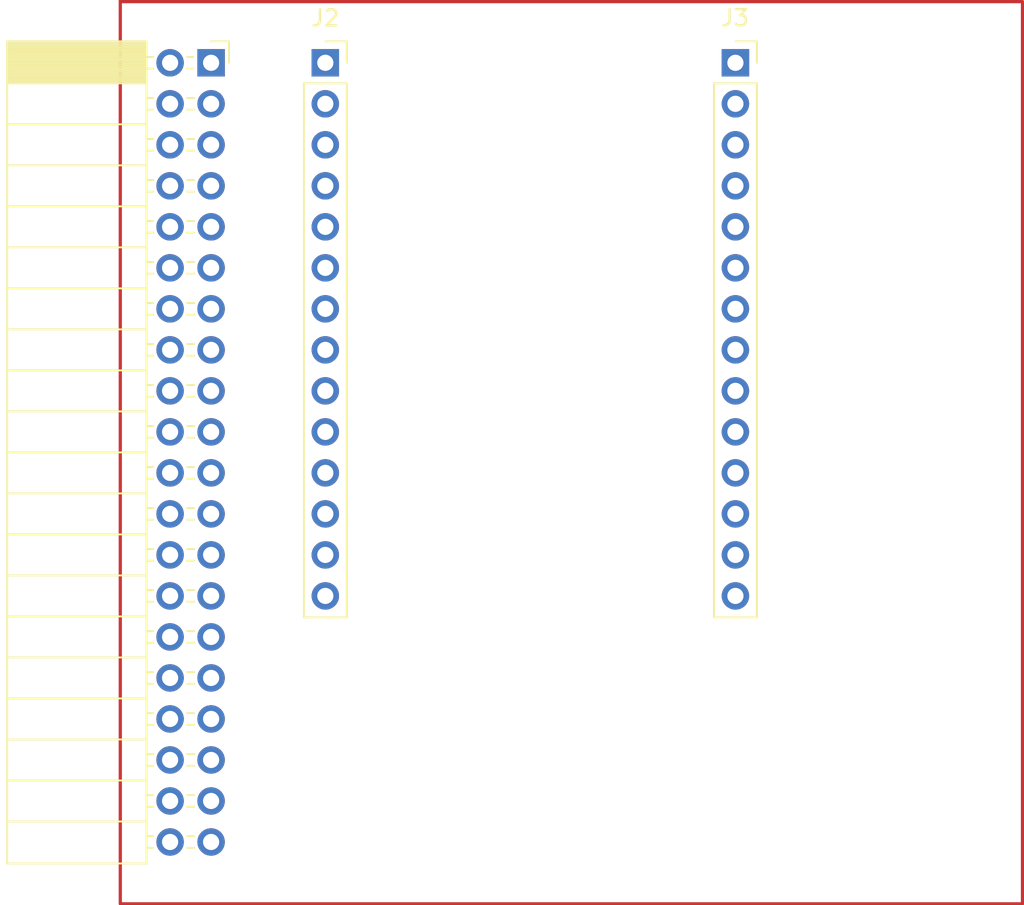
<source format=kicad_pcb>
(kicad_pcb (version 20241229) (generator "pcbnew") (generator_version "9.0")
  (layers (0 "F.Cu" signal) (2 "B.Cu" signal) (13 "F.Paste" user) (15 "B.Paste" user) (5 "F.SilkS" user "F.Silkscreen") (7 "B.SilkS" user "B.Silkscreen") (1 "F.Mask" user) (3 "B.Mask" user) (25 "Edge.Cuts" user))
  (net 0 "")
  (net 1 "GPIO_7")
  (net 2 "GPIO_2")
  (net 3 "GPIO_4")
  (net 4 "GPIO_5")
  (net 5 "GPIO_6")
  (net 6 "GPIO_1")
  (net 7 "GPIO_3")
  (net 8 "GPIO_0")
  (net 9 "5V")
  (net 10 "GPIO_8")
  (net 11 "GPIO_9")
  (net 12 "GND")
  (net 13 "GPIO_15")
  (net 14 "GPIO_32")
  (net 15 "GPIO_18")
  (net 16 "GPIO_20")
  (net 17 "GPIO_33")
  (net 18 "GPIO_35")
  (net 19 "GPIO_29")
  (net 20 "GPIO_16")
  (net 21 "3.3V")
  (net 22 "GPIO_10")
  (net 23 "GPIO_34")
  (net 24 "GPIO_19")
  (net 25 "GPIO_17")
  (net 26 "GPIO_25")
  (net 27 "GPIO_11")
  (net 28 "GPIO_27")
  (net 29 "GPIO_21")
  (net 30 "GPIO_24")
  (net 31 "GPIO_30")
  (net 32 "GPIO_22")
  (net 33 "GPIO_31")
  (net 34 "GPIO_12")
  (net 35 "GPIO_23")
  (net 36 "GPIO_13")
  (net 37 "GPIO_26")
  (net 38 "GPIO_14")
  (net 39 "GPIO_28")
  (net 40 "D6")
  (net 41 "D1")
  (net 42 "D5")
  (net 43 "D2")
  (net 44 "D7")
  (net 45 "D8")
  (net 46 "DVDD")
  (net 47 "D4")
  (net 48 "D3")
  (net 49 "CLOCK")
  (net 50 "SELECT")
  (net 51 "D0")
  (net 52 "DVSS")
  (net 53 "D9")
  (net 54 "INA-I")
  (net 55 "SLEEP")
  (net 56 "REFB-Q")
  (net 57 "INA-Q")
  (net 58 "REFT-I")
  (net 59 "INB-I")
  (net 60 "VREF")
  (net 61 "AVDD")
  (net 62 "REFB-I")
  (net 63 "REFT-Q")
  (net 64 "AVSS")
  (net 65 "CHIP-SELECT")
  (net 66 "REFSENSE")
  (net 67 "INB-Q")
  (footprint "Connector_PinSocket_2.54mm:PinSocket_1x14_P2.54mm_Vertical" (layer "F.Cu") (at 81.28 39.35)
    (property "Reference" "J2" (at 0 -2.77 0) (layer "F.SilkS"))
    (property "Value" "Conn_01x14" (hide yes))
    (fp_line (start -1.33 1.27) (end -1.33 34.35) (stroke (width 0.12)) (layer "F.SilkS"))
    (fp_line (start -1.33 1.27) (end 1.33 1.27) (stroke (width 0.12)) (layer "F.SilkS"))
    (fp_line (start -1.33 34.35) (end 1.33 34.35) (stroke (width 0.12)) (layer "F.SilkS"))
    (fp_line (start 0 -1.33) (end 1.33 -1.33) (stroke (width 0.12)) (layer "F.SilkS"))
    (fp_line (start 1.33 -1.33) (end 1.33 0) (stroke (width 0.12)) (layer "F.SilkS"))
    (fp_line (start 1.33 1.27) (end 1.33 34.35) (stroke (width 0.12)) (layer "F.SilkS"))
    (pad "1" thru_hole rect (at 0 0) (size 1.7 1.7) (drill 1) (layers "*.Cu" "*.Mask") (net 52 "DVSS"))
    (pad "2" thru_hole circle (at 0 2.54) (size 1.7 1.7) (drill 1) (layers "*.Cu" "*.Mask") (net 46 "DVDD"))
    (pad "3" thru_hole circle (at 0 5.08) (size 1.7 1.7) (drill 1) (layers "*.Cu" "*.Mask") (net 51 "D0"))
    (pad "4" thru_hole circle (at 0 7.62) (size 1.7 1.7) (drill 1) (layers "*.Cu" "*.Mask") (net 41 "D1"))
    (pad "5" thru_hole circle (at 0 10.16) (size 1.7 1.7) (drill 1) (layers "*.Cu" "*.Mask") (net 43 "D2"))
    (pad "6" thru_hole circle (at 0 12.7) (size 1.7 1.7) (drill 1) (layers "*.Cu" "*.Mask") (net 48 "D3"))
    (pad "7" thru_hole circle (at 0 15.24) (size 1.7 1.7) (drill 1) (layers "*.Cu" "*.Mask") (net 47 "D4"))
    (pad "8" thru_hole circle (at 0 17.78) (size 1.7 1.7) (drill 1) (layers "*.Cu" "*.Mask") (net 42 "D5"))
    (pad "9" thru_hole circle (at 0 20.32) (size 1.7 1.7) (drill 1) (layers "*.Cu" "*.Mask") (net 40 "D6"))
    (pad "10" thru_hole circle (at 0 22.86) (size 1.7 1.7) (drill 1) (layers "*.Cu" "*.Mask") (net 44 "D7"))
    (pad "11" thru_hole circle (at 0 25.4) (size 1.7 1.7) (drill 1) (layers "*.Cu" "*.Mask") (net 45 "D8"))
    (pad "12" thru_hole circle (at 0 27.94) (size 1.7 1.7) (drill 1) (layers "*.Cu" "*.Mask") (net 53 "D9"))
    (pad "13" thru_hole circle (at 0 30.48) (size 1.7 1.7) (drill 1) (layers "*.Cu" "*.Mask") (net 50 "SELECT"))
    (pad "14" thru_hole circle (at 0 33.02) (size 1.7 1.7) (drill 1) (layers "*.Cu" "*.Mask") (net 49 "CLOCK"))
  )
  (footprint "Connector_PinSocket_2.54mm:PinSocket_1x14_P2.54mm_Vertical" (layer "F.Cu") (at 106.68 39.35)
    (property "Reference" "J3" (at -0.025 -2.78 0) (layer "F.SilkS"))
    (property "Value" "Conn_01x14" (hide yes))
    (fp_line (start -1.33 1.27) (end -1.33 34.35) (stroke (width 0.12)) (layer "F.SilkS"))
    (fp_line (start -1.33 1.27) (end 1.33 1.27) (stroke (width 0.12)) (layer "F.SilkS"))
    (fp_line (start -1.33 34.35) (end 1.33 34.35) (stroke (width 0.12)) (layer "F.SilkS"))
    (fp_line (start 0 -1.33) (end 1.33 -1.33) (stroke (width 0.12)) (layer "F.SilkS"))
    (fp_line (start 1.33 -1.33) (end 1.33 0) (stroke (width 0.12)) (layer "F.SilkS"))
    (fp_line (start 1.33 1.27) (end 1.33 34.35) (stroke (width 0.12)) (layer "F.SilkS"))
    (pad "1" thru_hole rect (at 0 0) (size 1.7 1.7) (drill 1) (layers "*.Cu" "*.Mask") (net 65 "CHIP-SELECT"))
    (pad "2" thru_hole circle (at 0 2.54) (size 1.7 1.7) (drill 1) (layers "*.Cu" "*.Mask") (net 57 "INA-Q"))
    (pad "3" thru_hole circle (at 0 5.08) (size 1.7 1.7) (drill 1) (layers "*.Cu" "*.Mask") (net 67 "INB-Q"))
    (pad "4" thru_hole circle (at 0 7.62) (size 1.7 1.7) (drill 1) (layers "*.Cu" "*.Mask") (net 63 "REFT-Q"))
    (pad "5" thru_hole circle (at 0 10.16) (size 1.7 1.7) (drill 1) (layers "*.Cu" "*.Mask") (net 56 "REFB-Q"))
    (pad "6" thru_hole circle (at 0 12.7) (size 1.7 1.7) (drill 1) (layers "*.Cu" "*.Mask") (net 61 "AVDD"))
    (pad "7" thru_hole circle (at 0 15.24) (size 1.7 1.7) (drill 1) (layers "*.Cu" "*.Mask") (net 60 "VREF"))
    (pad "8" thru_hole circle (at 0 17.78) (size 1.7 1.7) (drill 1) (layers "*.Cu" "*.Mask") (net 66 "REFSENSE"))
    (pad "9" thru_hole circle (at 0 20.32) (size 1.7 1.7) (drill 1) (layers "*.Cu" "*.Mask") (net 64 "AVSS"))
    (pad "10" thru_hole circle (at 0 22.86) (size 1.7 1.7) (drill 1) (layers "*.Cu" "*.Mask") (net 62 "REFB-I"))
    (pad "11" thru_hole circle (at 0 25.4) (size 1.7 1.7) (drill 1) (layers "*.Cu" "*.Mask") (net 58 "REFT-I"))
    (pad "12" thru_hole circle (at 0 27.94) (size 1.7 1.7) (drill 1) (layers "*.Cu" "*.Mask") (net 59 "INB-I"))
    (pad "13" thru_hole circle (at 0 30.48) (size 1.7 1.7) (drill 1) (layers "*.Cu" "*.Mask") (net 54 "INA-I"))
    (pad "14" thru_hole circle (at 0 33.02) (size 1.7 1.7) (drill 1) (layers "*.Cu" "*.Mask") (net 55 "SLEEP"))
  )
  (footprint "Connector_PinSocket_2.54mm:PinSocket_2x20_P2.54mm_Horizontal" (layer "F.Cu") (at 74.205 39.35)
    (property "Reference" "J1" (hide yes))
    (property "Value" "Conn_02x20_Odd_Even" (hide yes))
    (fp_line (start -12.63 -1.33) (end -12.63 49.59) (stroke (width 0.12)) (layer "F.SilkS"))
    (fp_line (start -12.63 -1.33) (end -4 -1.33) (stroke (width 0.12)) (layer "F.SilkS"))
    (fp_line (start -12.63 -1.21) (end -4 -1.21) (stroke (width 0.12)) (layer "F.SilkS"))
    (fp_line (start -12.63 -1.091905) (end -4 -1.091905) (stroke (width 0.12)) (layer "F.SilkS"))
    (fp_line (start -12.63 -0.97381) (end -4 -0.97381) (stroke (width 0.12)) (layer "F.SilkS"))
    (fp_line (start -12.63 -0.855715) (end -4 -0.855715) (stroke (width 0.12)) (layer "F.SilkS"))
    (fp_line (start -12.63 -0.73762) (end -4 -0.73762) (stroke (width 0.12)) (layer "F.SilkS"))
    (fp_line (start -12.63 -0.619525) (end -4 -0.619525) (stroke (width 0.12)) (layer "F.SilkS"))
    (fp_line (start -12.63 -0.50143) (end -4 -0.50143) (stroke (width 0.12)) (layer "F.SilkS"))
    (fp_line (start -12.63 -0.383335) (end -4 -0.383335) (stroke (width 0.12)) (layer "F.SilkS"))
    (fp_line (start -12.63 -0.26524) (end -4 -0.26524) (stroke (width 0.12)) (layer "F.SilkS"))
    (fp_line (start -12.63 -0.147145) (end -4 -0.147145) (stroke (width 0.12)) (layer "F.SilkS"))
    (fp_line (start -12.63 -0.02905) (end -4 -0.02905) (stroke (width 0.12)) (layer "F.SilkS"))
    (fp_line (start -12.63 0.089045) (end -4 0.089045) (stroke (width 0.12)) (layer "F.SilkS"))
    (fp_line (start -12.63 0.20714) (end -4 0.20714) (stroke (width 0.12)) (layer "F.SilkS"))
    (fp_line (start -12.63 0.325235) (end -4 0.325235) (stroke (width 0.12)) (layer "F.SilkS"))
    (fp_line (start -12.63 0.44333) (end -4 0.44333) (stroke (width 0.12)) (layer "F.SilkS"))
    (fp_line (start -12.63 0.561425) (end -4 0.561425) (stroke (width 0.12)) (layer "F.SilkS"))
    (fp_line (start -12.63 0.67952) (end -4 0.67952) (stroke (width 0.12)) (layer "F.SilkS"))
    (fp_line (start -12.63 0.797615) (end -4 0.797615) (stroke (width 0.12)) (layer "F.SilkS"))
    (fp_line (start -12.63 0.91571) (end -4 0.91571) (stroke (width 0.12)) (layer "F.SilkS"))
    (fp_line (start -12.63 1.033805) (end -4 1.033805) (stroke (width 0.12)) (layer "F.SilkS"))
    (fp_line (start -12.63 1.1519) (end -4 1.1519) (stroke (width 0.12)) (layer "F.SilkS"))
    (fp_line (start -12.63 1.27) (end -4 1.27) (stroke (width 0.12)) (layer "F.SilkS"))
    (fp_line (start -12.63 3.81) (end -4 3.81) (stroke (width 0.12)) (layer "F.SilkS"))
    (fp_line (start -12.63 6.35) (end -4 6.35) (stroke (width 0.12)) (layer "F.SilkS"))
    (fp_line (start -12.63 8.89) (end -4 8.89) (stroke (width 0.12)) (layer "F.SilkS"))
    (fp_line (start -12.63 11.43) (end -4 11.43) (stroke (width 0.12)) (layer "F.SilkS"))
    (fp_line (start -12.63 13.97) (end -4 13.97) (stroke (width 0.12)) (layer "F.SilkS"))
    (fp_line (start -12.63 16.51) (end -4 16.51) (stroke (width 0.12)) (layer "F.SilkS"))
    (fp_line (start -12.63 19.05) (end -4 19.05) (stroke (width 0.12)) (layer "F.SilkS"))
    (fp_line (start -12.63 21.59) (end -4 21.59) (stroke (width 0.12)) (layer "F.SilkS"))
    (fp_line (start -12.63 24.13) (end -4 24.13) (stroke (width 0.12)) (layer "F.SilkS"))
    (fp_line (start -12.63 26.67) (end -4 26.67) (stroke (width 0.12)) (layer "F.SilkS"))
    (fp_line (start -12.63 29.21) (end -4 29.21) (stroke (width 0.12)) (layer "F.SilkS"))
    (fp_line (start -12.63 31.75) (end -4 31.75) (stroke (width 0.12)) (layer "F.SilkS"))
    (fp_line (start -12.63 34.29) (end -4 34.29) (stroke (width 0.12)) (layer "F.SilkS"))
    (fp_line (start -12.63 36.83) (end -4 36.83) (stroke (width 0.12)) (layer "F.SilkS"))
    (fp_line (start -12.63 39.37) (end -4 39.37) (stroke (width 0.12)) (layer "F.SilkS"))
    (fp_line (start -12.63 41.91) (end -4 41.91) (stroke (width 0.12)) (layer "F.SilkS"))
    (fp_line (start -12.63 44.45) (end -4 44.45) (stroke (width 0.12)) (layer "F.SilkS"))
    (fp_line (start -12.63 46.99) (end -4 46.99) (stroke (width 0.12)) (layer "F.SilkS"))
    (fp_line (start -12.63 49.59) (end -4 49.59) (stroke (width 0.12)) (layer "F.SilkS"))
    (fp_line (start -4 -1.33) (end -4 49.59) (stroke (width 0.12)) (layer "F.SilkS"))
    (fp_line (start -4 -0.36) (end -3.59 -0.36) (stroke (width 0.12)) (layer "F.SilkS"))
    (fp_line (start -4 0.36) (end -3.59 0.36) (stroke (width 0.12)) (layer "F.SilkS"))
    (fp_line (start -4 2.18) (end -3.59 2.18) (stroke (width 0.12)) (layer "F.SilkS"))
    (fp_line (start -4 2.9) (end -3.59 2.9) (stroke (width 0.12)) (layer "F.SilkS"))
    (fp_line (start -4 4.72) (end -3.59 4.72) (stroke (width 0.12)) (layer "F.SilkS"))
    (fp_line (start -4 5.44) (end -3.59 5.44) (stroke (width 0.12)) (layer "F.SilkS"))
    (fp_line (start -4 7.26) (end -3.59 7.26) (stroke (width 0.12)) (layer "F.SilkS"))
    (fp_line (start -4 7.98) (end -3.59 7.98) (stroke (width 0.12)) (layer "F.SilkS"))
    (fp_line (start -4 9.8) (end -3.59 9.8) (stroke (width 0.12)) (layer "F.SilkS"))
    (fp_line (start -4 10.52) (end -3.59 10.52) (stroke (width 0.12)) (layer "F.SilkS"))
    (fp_line (start -4 12.34) (end -3.59 12.34) (stroke (width 0.12)) (layer "F.SilkS"))
    (fp_line (start -4 13.06) (end -3.59 13.06) (stroke (width 0.12)) (layer "F.SilkS"))
    (fp_line (start -4 14.88) (end -3.59 14.88) (stroke (width 0.12)) (layer "F.SilkS"))
    (fp_line (start -4 15.6) (end -3.59 15.6) (stroke (width 0.12)) (layer "F.SilkS"))
    (fp_line (start -4 17.42) (end -3.59 17.42) (stroke (width 0.12)) (layer "F.SilkS"))
    (fp_line (start -4 18.14) (end -3.59 18.14) (stroke (width 0.12)) (layer "F.SilkS"))
    (fp_line (start -4 19.96) (end -3.59 19.96) (stroke (width 0.12)) (layer "F.SilkS"))
    (fp_line (start -4 20.68) (end -3.59 20.68) (stroke (width 0.12)) (layer "F.SilkS"))
    (fp_line (start -4 22.5) (end -3.59 22.5) (stroke (width 0.12)) (layer "F.SilkS"))
    (fp_line (start -4 23.22) (end -3.59 23.22) (stroke (width 0.12)) (layer "F.SilkS"))
    (fp_line (start -4 25.04) (end -3.59 25.04) (stroke (width 0.12)) (layer "F.SilkS"))
    (fp_line (start -4 25.76) (end -3.59 25.76) (stroke (width 0.12)) (layer "F.SilkS"))
    (fp_line (start -4 27.58) (end -3.59 27.58) (stroke (width 0.12)) (layer "F.SilkS"))
    (fp_line (start -4 28.3) (end -3.59 28.3) (stroke (width 0.12)) (layer "F.SilkS"))
    (fp_line (start -4 30.12) (end -3.59 30.12) (stroke (width 0.12)) (layer "F.SilkS"))
    (fp_line (start -4 30.84) (end -3.59 30.84) (stroke (width 0.12)) (layer "F.SilkS"))
    (fp_line (start -4 32.66) (end -3.59 32.66) (stroke (width 0.12)) (layer "F.SilkS"))
    (fp_line (start -4 33.38) (end -3.59 33.38) (stroke (width 0.12)) (layer "F.SilkS"))
    (fp_line (start -4 35.2) (end -3.59 35.2) (stroke (width 0.12)) (layer "F.SilkS"))
    (fp_line (start -4 35.92) (end -3.59 35.92) (stroke (width 0.12)) (layer "F.SilkS"))
    (fp_line (start -4 37.74) (end -3.59 37.74) (stroke (width 0.12)) (layer "F.SilkS"))
    (fp_line (start -4 38.46) (end -3.59 38.46) (stroke (width 0.12)) (layer "F.SilkS"))
    (fp_line (start -4 40.28) (end -3.59 40.28) (stroke (width 0.12)) (layer "F.SilkS"))
    (fp_line (start -4 41) (end -3.59 41) (stroke (width 0.12)) (layer "F.SilkS"))
    (fp_line (start -4 42.82) (end -3.59 42.82) (stroke (width 0.12)) (layer "F.SilkS"))
    (fp_line (start -4 43.54) (end -3.59 43.54) (stroke (width 0.12)) (layer "F.SilkS"))
    (fp_line (start -4 45.36) (end -3.59 45.36) (stroke (width 0.12)) (layer "F.SilkS"))
    (fp_line (start -4 46.08) (end -3.59 46.08) (stroke (width 0.12)) (layer "F.SilkS"))
    (fp_line (start -4 47.9) (end -3.59 47.9) (stroke (width 0.12)) (layer "F.SilkS"))
    (fp_line (start -4 48.62) (end -3.59 48.62) (stroke (width 0.12)) (layer "F.SilkS"))
    (fp_line (start -1.49 -0.36) (end -1.11 -0.36) (stroke (width 0.12)) (layer "F.SilkS"))
    (fp_line (start -1.49 0.36) (end -1.11 0.36) (stroke (width 0.12)) (layer "F.SilkS"))
    (fp_line (start -1.49 2.18) (end -1.05 2.18) (stroke (width 0.12)) (layer "F.SilkS"))
    (fp_line (start -1.49 2.9) (end -1.05 2.9) (stroke (width 0.12)) (layer "F.SilkS"))
    (fp_line (start -1.49 4.72) (end -1.05 4.72) (stroke (width 0.12)) (layer "F.SilkS"))
    (fp_line (start -1.49 5.44) (end -1.05 5.44) (stroke (width 0.12)) (layer "F.SilkS"))
    (fp_line (start -1.49 7.26) (end -1.05 7.26) (stroke (width 0.12)) (layer "F.SilkS"))
    (fp_line (start -1.49 7.98) (end -1.05 7.98) (stroke (width 0.12)) (layer "F.SilkS"))
    (fp_line (start -1.49 9.8) (end -1.05 9.8) (stroke (width 0.12)) (layer "F.SilkS"))
    (fp_line (start -1.49 10.52) (end -1.05 10.52) (stroke (width 0.12)) (layer "F.SilkS"))
    (fp_line (start -1.49 12.34) (end -1.05 12.34) (stroke (width 0.12)) (layer "F.SilkS"))
    (fp_line (start -1.49 13.06) (end -1.05 13.06) (stroke (width 0.12)) (layer "F.SilkS"))
    (fp_line (start -1.49 14.88) (end -1.05 14.88) (stroke (width 0.12)) (layer "F.SilkS"))
    (fp_line (start -1.49 15.6) (end -1.05 15.6) (stroke (width 0.12)) (layer "F.SilkS"))
    (fp_line (start -1.49 17.42) (end -1.05 17.42) (stroke (width 0.12)) (layer "F.SilkS"))
    (fp_line (start -1.49 18.14) (end -1.05 18.14) (stroke (width 0.12)) (layer "F.SilkS"))
    (fp_line (start -1.49 19.96) (end -1.05 19.96) (stroke (width 0.12)) (layer "F.SilkS"))
    (fp_line (start -1.49 20.68) (end -1.05 20.68) (stroke (width 0.12)) (layer "F.SilkS"))
    (fp_line (start -1.49 22.5) (end -1.05 22.5) (stroke (width 0.12)) (layer "F.SilkS"))
    (fp_line (start -1.49 23.22) (end -1.05 23.22) (stroke (width 0.12)) (layer "F.SilkS"))
    (fp_line (start -1.49 25.04) (end -1.05 25.04) (stroke (width 0.12)) (layer "F.SilkS"))
    (fp_line (start -1.49 25.76) (end -1.05 25.76) (stroke (width 0.12)) (layer "F.SilkS"))
    (fp_line (start -1.49 27.58) (end -1.05 27.58) (stroke (width 0.12)) (layer "F.SilkS"))
    (fp_line (start -1.49 28.3) (end -1.05 28.3) (stroke (width 0.12)) (layer "F.SilkS"))
    (fp_line (start -1.49 30.12) (end -1.05 30.12) (stroke (width 0.12)) (layer "F.SilkS"))
    (fp_line (start -1.49 30.84) (end -1.05 30.84) (stroke (width 0.12)) (layer "F.SilkS"))
    (fp_line (start -1.49 32.66) (end -1.05 32.66) (stroke (width 0.12)) (layer "F.SilkS"))
    (fp_line (start -1.49 33.38) (end -1.05 33.38) (stroke (width 0.12)) (layer "F.SilkS"))
    (fp_line (start -1.49 35.2) (end -1.05 35.2) (stroke (width 0.12)) (layer "F.SilkS"))
    (fp_line (start -1.49 35.92) (end -1.05 35.92) (stroke (width 0.12)) (layer "F.SilkS"))
    (fp_line (start -1.49 37.74) (end -1.05 37.74) (stroke (width 0.12)) (layer "F.SilkS"))
    (fp_line (start -1.49 38.46) (end -1.05 38.46) (stroke (width 0.12)) (layer "F.SilkS"))
    (fp_line (start -1.49 40.28) (end -1.05 40.28) (stroke (width 0.12)) (layer "F.SilkS"))
    (fp_line (start -1.49 41) (end -1.05 41) (stroke (width 0.12)) (layer "F.SilkS"))
    (fp_line (start -1.49 42.82) (end -1.05 42.82) (stroke (width 0.12)) (layer "F.SilkS"))
    (fp_line (start -1.49 43.54) (end -1.05 43.54) (stroke (width 0.12)) (layer "F.SilkS"))
    (fp_line (start -1.49 45.36) (end -1.05 45.36) (stroke (width 0.12)) (layer "F.SilkS"))
    (fp_line (start -1.49 46.08) (end -1.05 46.08) (stroke (width 0.12)) (layer "F.SilkS"))
    (fp_line (start -1.49 47.9) (end -1.05 47.9) (stroke (width 0.12)) (layer "F.SilkS"))
    (fp_line (start -1.49 48.62) (end -1.05 48.62) (stroke (width 0.12)) (layer "F.SilkS"))
    (fp_line (start 0 -1.33) (end 1.11 -1.33) (stroke (width 0.12)) (layer "F.SilkS"))
    (fp_line (start 1.11 -1.33) (end 1.11 0) (stroke (width 0.12)) (layer "F.SilkS"))
    (pad "1" thru_hole rect (at 0 0) (size 1.7 1.7) (drill 1) (layers "*.Cu" "*.Mask") (net 8 "GPIO_0"))
    (pad "2" thru_hole circle (at -2.54 0) (size 1.7 1.7) (drill 1) (layers "*.Cu" "*.Mask") (net 6 "GPIO_1"))
    (pad "3" thru_hole circle (at 0 2.54) (size 1.7 1.7) (drill 1) (layers "*.Cu" "*.Mask") (net 2 "GPIO_2"))
    (pad "4" thru_hole circle (at -2.54 2.54) (size 1.7 1.7) (drill 1) (layers "*.Cu" "*.Mask") (net 7 "GPIO_3"))
    (pad "5" thru_hole circle (at 0 5.08) (size 1.7 1.7) (drill 1) (layers "*.Cu" "*.Mask") (net 3 "GPIO_4"))
    (pad "6" thru_hole circle (at -2.54 5.08) (size 1.7 1.7) (drill 1) (layers "*.Cu" "*.Mask") (net 4 "GPIO_5"))
    (pad "7" thru_hole circle (at 0 7.62) (size 1.7 1.7) (drill 1) (layers "*.Cu" "*.Mask") (net 5 "GPIO_6"))
    (pad "8" thru_hole circle (at -2.54 7.62) (size 1.7 1.7) (drill 1) (layers "*.Cu" "*.Mask") (net 1 "GPIO_7"))
    (pad "9" thru_hole circle (at 0 10.16) (size 1.7 1.7) (drill 1) (layers "*.Cu" "*.Mask") (net 10 "GPIO_8"))
    (pad "10" thru_hole circle (at -2.54 10.16) (size 1.7 1.7) (drill 1) (layers "*.Cu" "*.Mask") (net 11 "GPIO_9"))
    (pad "11" thru_hole circle (at 0 12.7) (size 1.7 1.7) (drill 1) (layers "*.Cu" "*.Mask") (net 9 "5V"))
    (pad "12" thru_hole circle (at -2.54 12.7) (size 1.7 1.7) (drill 1) (layers "*.Cu" "*.Mask") (net 12 "GND"))
    (pad "13" thru_hole circle (at 0 15.24) (size 1.7 1.7) (drill 1) (layers "*.Cu" "*.Mask") (net 22 "GPIO_10"))
    (pad "14" thru_hole circle (at -2.54 15.24) (size 1.7 1.7) (drill 1) (layers "*.Cu" "*.Mask") (net 27 "GPIO_11"))
    (pad "15" thru_hole circle (at 0 17.78) (size 1.7 1.7) (drill 1) (layers "*.Cu" "*.Mask") (net 34 "GPIO_12"))
    (pad "16" thru_hole circle (at -2.54 17.78) (size 1.7 1.7) (drill 1) (layers "*.Cu" "*.Mask") (net 36 "GPIO_13"))
    (pad "17" thru_hole circle (at 0 20.32) (size 1.7 1.7) (drill 1) (layers "*.Cu" "*.Mask") (net 38 "GPIO_14"))
    (pad "18" thru_hole circle (at -2.54 20.32) (size 1.7 1.7) (drill 1) (layers "*.Cu" "*.Mask") (net 13 "GPIO_15"))
    (pad "19" thru_hole circle (at 0 22.86) (size 1.7 1.7) (drill 1) (layers "*.Cu" "*.Mask") (net 20 "GPIO_16"))
    (pad "20" thru_hole circle (at -2.54 22.86) (size 1.7 1.7) (drill 1) (layers "*.Cu" "*.Mask") (net 25 "GPIO_17"))
    (pad "21" thru_hole circle (at 0 25.4) (size 1.7 1.7) (drill 1) (layers "*.Cu" "*.Mask") (net 15 "GPIO_18"))
    (pad "22" thru_hole circle (at -2.54 25.4) (size 1.7 1.7) (drill 1) (layers "*.Cu" "*.Mask") (net 24 "GPIO_19"))
    (pad "23" thru_hole circle (at 0 27.94) (size 1.7 1.7) (drill 1) (layers "*.Cu" "*.Mask") (net 16 "GPIO_20"))
    (pad "24" thru_hole circle (at -2.54 27.94) (size 1.7 1.7) (drill 1) (layers "*.Cu" "*.Mask") (net 29 "GPIO_21"))
    (pad "25" thru_hole circle (at 0 30.48) (size 1.7 1.7) (drill 1) (layers "*.Cu" "*.Mask") (net 32 "GPIO_22"))
    (pad "26" thru_hole circle (at -2.54 30.48) (size 1.7 1.7) (drill 1) (layers "*.Cu" "*.Mask") (net 35 "GPIO_23"))
    (pad "27" thru_hole circle (at 0 33.02) (size 1.7 1.7) (drill 1) (layers "*.Cu" "*.Mask") (net 30 "GPIO_24"))
    (pad "28" thru_hole circle (at -2.54 33.02) (size 1.7 1.7) (drill 1) (layers "*.Cu" "*.Mask") (net 26 "GPIO_25"))
    (pad "29" thru_hole circle (at 0 35.56) (size 1.7 1.7) (drill 1) (layers "*.Cu" "*.Mask") (net 21 "3.3V"))
    (pad "30" thru_hole circle (at -2.54 35.56) (size 1.7 1.7) (drill 1) (layers "*.Cu" "*.Mask") (net 12 "GND"))
    (pad "31" thru_hole circle (at 0 38.1) (size 1.7 1.7) (drill 1) (layers "*.Cu" "*.Mask") (net 37 "GPIO_26"))
    (pad "32" thru_hole circle (at -2.54 38.1) (size 1.7 1.7) (drill 1) (layers "*.Cu" "*.Mask") (net 28 "GPIO_27"))
    (pad "33" thru_hole circle (at 0 40.64) (size 1.7 1.7) (drill 1) (layers "*.Cu" "*.Mask") (net 39 "GPIO_28"))
    (pad "34" thru_hole circle (at -2.54 40.64) (size 1.7 1.7) (drill 1) (layers "*.Cu" "*.Mask") (net 19 "GPIO_29"))
    (pad "35" thru_hole circle (at 0 43.18) (size 1.7 1.7) (drill 1) (layers "*.Cu" "*.Mask") (net 31 "GPIO_30"))
    (pad "36" thru_hole circle (at -2.54 43.18) (size 1.7 1.7) (drill 1) (layers "*.Cu" "*.Mask") (net 33 "GPIO_31"))
    (pad "37" thru_hole circle (at 0 45.72) (size 1.7 1.7) (drill 1) (layers "*.Cu" "*.Mask") (net 14 "GPIO_32"))
    (pad "38" thru_hole circle (at -2.54 45.72) (size 1.7 1.7) (drill 1) (layers "*.Cu" "*.Mask") (net 17 "GPIO_33"))
    (pad "39" thru_hole circle (at 0 48.26) (size 1.7 1.7) (drill 1) (layers "*.Cu" "*.Mask") (net 23 "GPIO_34"))
    (pad "40" thru_hole circle (at -2.54 48.26) (size 1.7 1.7) (drill 1) (layers "*.Cu" "*.Mask") (net 18 "GPIO_35"))
  )
  (gr_rect (start 68.58 35.56) (end 124.46 91.44) (stroke (width 0.2)) (fill no) (layer "F.Cu"))
)
</source>
